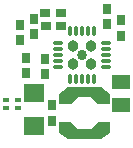
<source format=gtp>
G04 DipTrace 2.4.0.2*
%INDRV2667.gtp*%
%MOMM*%
%ADD18R,1.5X1.3*%
%ADD19R,1.8X1.6*%
%ADD20R,0.7X0.9*%
%ADD21R,0.9X0.7*%
%ADD31R,0.5X0.4*%
%ADD32O,0.85X0.86*%
%ADD34O,0.96X0.973*%
%ADD36O,1.0X0.28*%
%ADD37O,0.28X1.0*%
%FSLAX53Y53*%
G04*
G71*
G90*
G75*
G01*
%LNTopPaste*%
%LPD*%
D18*
X22213Y16550D3*
Y14650D3*
D19*
X14812Y12862D3*
Y15662D3*
D20*
X14786Y20624D3*
Y21924D3*
D21*
X17123Y21308D3*
X15823D3*
X15784Y22392D3*
X17084D3*
D20*
X21028Y22776D3*
Y21476D3*
X13618Y20117D3*
Y21417D3*
X16303Y13317D3*
Y14617D3*
G36*
X20247Y14688D2*
X19652Y15268D1*
X18502D1*
X17907Y14688D1*
X16932D1*
Y15588D1*
X17682Y16138D1*
X19654D1*
X20472D1*
X21222Y15588D1*
Y14688D1*
X20247D1*
G37*
G36*
X17907Y13188D2*
X18502Y12608D1*
X19652D1*
X20247Y13188D1*
X21222D1*
Y12288D1*
X20472Y11738D1*
X18499D1*
X17682D1*
X16932Y12288D1*
Y13188D1*
X17907D1*
G37*
D20*
X14132Y18628D3*
Y17328D3*
X15702Y17257D3*
Y18557D3*
X22168Y20506D3*
Y21806D3*
D31*
X13452Y14336D3*
Y15036D3*
X12452D3*
Y14336D3*
D32*
X18874Y18879D3*
D34*
X18136Y19653D3*
X18126Y18089D3*
X19669Y19643D3*
X19679Y18086D3*
D36*
X16846Y19876D3*
Y19376D3*
Y18876D3*
Y18376D3*
Y17876D3*
D37*
X17896Y16826D3*
X18396D3*
X18896D3*
X19396D3*
X19896D3*
D36*
X20946Y17876D3*
Y18376D3*
Y18876D3*
Y19376D3*
Y19876D3*
D37*
X19896Y20926D3*
X19396D3*
X18896D3*
X18396D3*
X17896D3*
M02*

</source>
